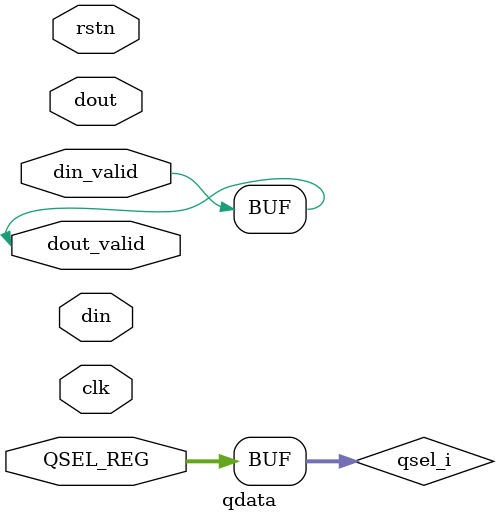
<source format=v>
module qdata
	#(
		// Number of bits of Input.
		parameter BIN 	= 24	,

		// Number of bits of Output.
		parameter BOUT	= 16
	)
	(
		// Reset and clock.
		input	wire			rstn		,
		input 	wire			clk			,

		// Input data.
		input 	wire [BIN-1:0]	din			,
		input 	wire			din_valid	,

		// Output data.
		input 	wire [BOUT-1:0]	dout		,
		input 	wire			dout_valid	,
		
		// Registers.
		input	wire [31:0]		QSEL_REG
	);

/*************/
/* Internals */
/*************/
wire [31:0] qsel_i;

/****************/
/* Architecture */
/****************/
assign qsel_i = QSEL_REG;

// Assign outputs.
assign dout			= din[qsel_i +: BOUT];
assign dout_valid	= din_valid;

endmodule


</source>
